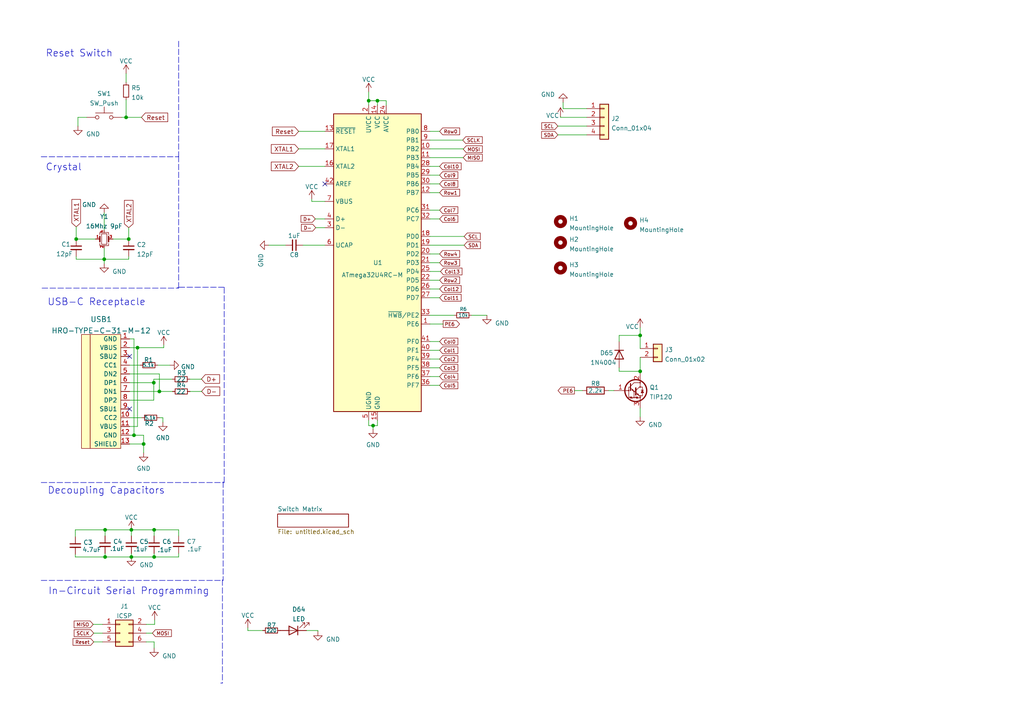
<source format=kicad_sch>
(kicad_sch (version 20211123) (generator eeschema)
  (paper "A4")
  (lib_symbols
    (symbol "Connector_Generic:Conn_01x02" (pin_names (offset 1.016) hide)
      (property "Reference" "J" (at 0 2.54 0))
      (property "Value" "Conn_01x02" (at 0 -5.08 0))
      (symbol "Conn_01x02_1_1"
        (rectangle (start -1.27 -2.413) (end 0 -2.667) (stroke (width 0.1524)))
        (rectangle (start -1.27 0.127) (end 0 -0.127) (stroke (width 0.1524)))
        (rectangle (start -1.27 1.27) (end 1.27 -3.81) (stroke (width 0.254)) (fill (type background)))
        (pin passive line (at -5.08 0 0) (length 3.81) (name "Pin_1") (number "1"))
        (pin passive line (at -5.08 -2.54 0) (length 3.81) (name "Pin_2") (number "2"))
      )
    )
    (symbol "Connector_Generic:Conn_01x04" (pin_names (offset 1.016) hide)
      (property "Reference" "J" (at 0 5.08 0))
      (property "Value" "Conn_01x04" (at 0 -7.62 0))
      (symbol "Conn_01x04_1_1"
        (rectangle (start -1.27 -4.953) (end 0 -5.207) (stroke (width 0.1524)))
        (rectangle (start -1.27 -2.413) (end 0 -2.667) (stroke (width 0.1524)))
        (rectangle (start -1.27 0.127) (end 0 -0.127) (stroke (width 0.1524)))
        (rectangle (start -1.27 2.667) (end 0 2.413) (stroke (width 0.1524)))
        (rectangle (start -1.27 3.81) (end 1.27 -6.35) (stroke (width 0.254)) (fill (type background)))
        (pin passive line (at -5.08 2.54 0) (length 3.81) (name "Pin_1") (number "1"))
        (pin passive line (at -5.08 0 0) (length 3.81) (name "Pin_2") (number "2"))
        (pin passive line (at -5.08 -2.54 0) (length 3.81) (name "Pin_3") (number "3"))
        (pin passive line (at -5.08 -5.08 0) (length 3.81) (name "Pin_4") (number "4"))
      )
    )
    (symbol "Connector_Generic:Conn_02x03_Odd_Even" (pin_names (offset 1.016) hide)
      (property "Reference" "J" (at 1.27 5.08 0))
      (property "Value" "Conn_02x03_Odd_Even" (at 1.27 -5.08 0))
      (symbol "Conn_02x03_Odd_Even_1_1"
        (rectangle (start -1.27 -2.413) (end 0 -2.667) (stroke (width 0.1524)))
        (rectangle (start -1.27 0.127) (end 0 -0.127) (stroke (width 0.1524)))
        (rectangle (start -1.27 2.667) (end 0 2.413) (stroke (width 0.1524)))
        (rectangle (start -1.27 3.81) (end 3.81 -3.81) (stroke (width 0.254)) (fill (type background)))
        (rectangle (start 3.81 -2.413) (end 2.54 -2.667) (stroke (width 0.1524)))
        (rectangle (start 3.81 0.127) (end 2.54 -0.127) (stroke (width 0.1524)))
        (rectangle (start 3.81 2.667) (end 2.54 2.413) (stroke (width 0.1524)))
        (pin passive line (at -5.08 2.54 0) (length 3.81) (name "Pin_1") (number "1"))
        (pin passive line (at 7.62 2.54 180) (length 3.81) (name "Pin_2") (number "2"))
        (pin passive line (at -5.08 0 0) (length 3.81) (name "Pin_3") (number "3"))
        (pin passive line (at 7.62 0 180) (length 3.81) (name "Pin_4") (number "4"))
        (pin passive line (at -5.08 -2.54 0) (length 3.81) (name "Pin_5") (number "5"))
        (pin passive line (at 7.62 -2.54 180) (length 3.81) (name "Pin_6") (number "6"))
      )
    )
    (symbol "Device:C_Small" (pin_numbers hide) (pin_names (offset 0.254) hide)
      (property "Reference" "C" (at 0.254 1.778 0))
      (property "Value" "C_Small" (at 0.254 -2.032 0))
      (symbol "C_Small_0_1"
        (polyline (pts (xy -1.524 -0.508) (xy 1.524 -0.508)) (stroke (width 0.3302)))
        (polyline (pts (xy -1.524 0.508) (xy 1.524 0.508)) (stroke (width 0.3048)))
      )
      (symbol "C_Small_1_1"
        (pin passive line (at 0 2.54 270) (length 2.032) (name "~") (number "1"))
        (pin passive line (at 0 -2.54 90) (length 2.032) (name "~") (number "2"))
      )
    )
    (symbol "Device:Crystal_GND24_Small" (pin_names (offset 1.016) hide)
      (property "Reference" "Y" (at 1.27 4.445 0))
      (property "Value" "Crystal_GND24_Small" (at 1.27 2.54 0))
      (symbol "Crystal_GND24_Small_0_1"
        (rectangle (start -0.762 -1.524) (end 0.762 1.524))
        (polyline (pts (xy -1.27 -0.762) (xy -1.27 0.762)) (stroke (width 0.381)))
        (polyline (pts (xy 1.27 -0.762) (xy 1.27 0.762)) (stroke (width 0.381)))
        (polyline (pts (xy -1.27 -1.27) (xy -1.27 -1.905) (xy 1.27 -1.905) (xy 1.27 -1.27)))
        (polyline (pts (xy -1.27 1.27) (xy -1.27 1.905) (xy 1.27 1.905) (xy 1.27 1.27)))
      )
      (symbol "Crystal_GND24_Small_1_1"
        (pin passive line (at -2.54 0 0) (length 1.27) (name "1") (number "1"))
        (pin passive line (at 0 -2.54 90) (length 0.635) (name "2") (number "2"))
        (pin passive line (at 2.54 0 180) (length 1.27) (name "3") (number "3"))
        (pin passive line (at 0 2.54 270) (length 0.635) (name "4") (number "4"))
      )
    )
    (symbol "Device:LED" (pin_numbers hide) (pin_names (offset 1.016) hide)
      (property "Reference" "D" (at 0 2.54 0))
      (property "Value" "LED" (at 0 -2.54 0))
      (symbol "LED_0_1"
        (polyline (pts (xy -1.27 -1.27) (xy -1.27 1.27)) (stroke (width 0.254)))
        (polyline (pts (xy -1.27 0) (xy 1.27 0)))
        (polyline (pts (xy 1.27 -1.27) (xy 1.27 1.27) (xy -1.27 0) (xy 1.27 -1.27)) (stroke (width 0.254)))
        (polyline (pts (xy -3.048 -0.762) (xy -4.572 -2.286) (xy -3.81 -2.286) (xy -4.572 -2.286) (xy -4.572 -1.524)))
        (polyline (pts (xy -1.778 -0.762) (xy -3.302 -2.286) (xy -2.54 -2.286) (xy -3.302 -2.286) (xy -3.302 -1.524)))
      )
      (symbol "LED_1_1"
        (pin passive line (at -3.81 0 0) (length 2.54) (name "K") (number "1"))
        (pin passive line (at 3.81 0 180) (length 2.54) (name "A") (number "2"))
      )
    )
    (symbol "Device:R" (pin_numbers hide) (pin_names (offset 0))
      (property "Reference" "R" (at 2.032 0 90))
      (property "Value" "R" (at 0 0 90))
      (symbol "R_0_1"
        (rectangle (start -1.016 -2.54) (end 1.016 2.54) (stroke (width 0.254)))
      )
      (symbol "R_1_1"
        (pin passive line (at 0 3.81 270) (length 1.27) (name "~") (number "1"))
        (pin passive line (at 0 -3.81 90) (length 1.27) (name "~") (number "2"))
      )
    )
    (symbol "Device:R_Small" (pin_numbers hide) (pin_names (offset 0.254) hide)
      (property "Reference" "R" (at 0.762 0.508 0))
      (property "Value" "R_Small" (at 0.762 -1.016 0))
      (symbol "R_Small_0_1"
        (rectangle (start -0.762 1.778) (end 0.762 -1.778) (stroke (width 0.2032)))
      )
      (symbol "R_Small_1_1"
        (pin passive line (at 0 2.54 270) (length 0.762) (name "~") (number "1"))
        (pin passive line (at 0 -2.54 90) (length 0.762) (name "~") (number "2"))
      )
    )
    (symbol "Diode:1N4004" (pin_numbers hide) (pin_names (offset 1.016) hide)
      (property "Reference" "D" (at 0 2.54 0))
      (property "Value" "1N4004" (at 0 -2.54 0))
      (symbol "1N4004_0_1"
        (polyline (pts (xy -1.27 1.27) (xy -1.27 -1.27)) (stroke (width 0.254)))
        (polyline (pts (xy 1.27 0) (xy -1.27 0)))
        (polyline (pts (xy 1.27 1.27) (xy 1.27 -1.27) (xy -1.27 0) (xy 1.27 1.27)) (stroke (width 0.254)))
      )
      (symbol "1N4004_1_1"
        (pin passive line (at -3.81 0 0) (length 2.54) (name "K") (number "1"))
        (pin passive line (at 3.81 0 180) (length 2.54) (name "A") (number "2"))
      )
    )
    (symbol "MCU_Microchip_ATmega:ATmega32U4RC-M"
      (property "Reference" "U" (at -12.7 44.45 0))
      (property "Value" "ATmega32U4RC-M" (at 2.54 -44.45 0))
      (symbol "ATmega32U4RC-M_0_1"
        (rectangle (start -12.7 -43.18) (end 12.7 43.18) (stroke (width 0.254)) (fill (type background)))
      )
      (symbol "ATmega32U4RC-M_1_1"
        (pin bidirectional line (at 15.24 -17.78 180) (length 2.54) (name "PE6") (number "1"))
        (pin bidirectional line (at 15.24 33.02 180) (length 2.54) (name "PB2") (number "10"))
        (pin bidirectional line (at 15.24 30.48 180) (length 2.54) (name "PB3") (number "11"))
        (pin bidirectional line (at 15.24 20.32 180) (length 2.54) (name "PB7") (number "12"))
        (pin input line (at -15.24 38.1 0) (length 2.54) (name "~{RESET}") (number "13"))
        (pin power_in line (at 0 45.72 270) (length 2.54) (name "VCC") (number "14"))
        (pin power_in line (at 0 -45.72 90) (length 2.54) (name "GND") (number "15"))
        (pin output line (at -15.24 27.94 0) (length 2.54) (name "XTAL2") (number "16"))
        (pin input line (at -15.24 33.02 0) (length 2.54) (name "XTAL1") (number "17"))
        (pin bidirectional line (at 15.24 7.62 180) (length 2.54) (name "PD0") (number "18"))
        (pin bidirectional line (at 15.24 5.08 180) (length 2.54) (name "PD1") (number "19"))
        (pin power_in line (at -2.54 45.72 270) (length 2.54) (name "UVCC") (number "2"))
        (pin bidirectional line (at 15.24 2.54 180) (length 2.54) (name "PD2") (number "20"))
        (pin bidirectional line (at 15.24 0 180) (length 2.54) (name "PD3") (number "21"))
        (pin bidirectional line (at 15.24 -5.08 180) (length 2.54) (name "PD5") (number "22"))
        (pin passive line (at 0 -45.72 90) (length 2.54) hide (name "GND") (number "23"))
        (pin power_in line (at 2.54 45.72 270) (length 2.54) (name "AVCC") (number "24"))
        (pin bidirectional line (at 15.24 -2.54 180) (length 2.54) (name "PD4") (number "25"))
        (pin bidirectional line (at 15.24 -7.62 180) (length 2.54) (name "PD6") (number "26"))
        (pin bidirectional line (at 15.24 -10.16 180) (length 2.54) (name "PD7") (number "27"))
        (pin bidirectional line (at 15.24 27.94 180) (length 2.54) (name "PB4") (number "28"))
        (pin bidirectional line (at 15.24 25.4 180) (length 2.54) (name "PB5") (number "29"))
        (pin bidirectional line (at -15.24 10.16 0) (length 2.54) (name "D-") (number "3"))
        (pin bidirectional line (at 15.24 22.86 180) (length 2.54) (name "PB6") (number "30"))
        (pin bidirectional line (at 15.24 15.24 180) (length 2.54) (name "PC6") (number "31"))
        (pin bidirectional line (at 15.24 12.7 180) (length 2.54) (name "PC7") (number "32"))
        (pin bidirectional line (at 15.24 -15.24 180) (length 2.54) (name "~{HWB}/PE2") (number "33"))
        (pin passive line (at 0 45.72 270) (length 2.54) hide (name "VCC") (number "34"))
        (pin passive line (at 0 -45.72 90) (length 2.54) hide (name "GND") (number "35"))
        (pin bidirectional line (at 15.24 -35.56 180) (length 2.54) (name "PF7") (number "36"))
        (pin bidirectional line (at 15.24 -33.02 180) (length 2.54) (name "PF6") (number "37"))
        (pin bidirectional line (at 15.24 -30.48 180) (length 2.54) (name "PF5") (number "38"))
        (pin bidirectional line (at 15.24 -27.94 180) (length 2.54) (name "PF4") (number "39"))
        (pin bidirectional line (at -15.24 12.7 0) (length 2.54) (name "D+") (number "4"))
        (pin bidirectional line (at 15.24 -25.4 180) (length 2.54) (name "PF1") (number "40"))
        (pin bidirectional line (at 15.24 -22.86 180) (length 2.54) (name "PF0") (number "41"))
        (pin passive line (at -15.24 22.86 0) (length 2.54) (name "AREF") (number "42"))
        (pin passive line (at 0 -45.72 90) (length 2.54) hide (name "GND") (number "43"))
        (pin passive line (at 2.54 45.72 270) (length 2.54) hide (name "AVCC") (number "44"))
        (pin passive line (at 0 -45.72 90) (length 2.54) hide (name "GND") (number "45"))
        (pin passive line (at -2.54 -45.72 90) (length 2.54) (name "UGND") (number "5"))
        (pin passive line (at -15.24 5.08 0) (length 2.54) (name "UCAP") (number "6"))
        (pin input line (at -15.24 17.78 0) (length 2.54) (name "VBUS") (number "7"))
        (pin bidirectional line (at 15.24 38.1 180) (length 2.54) (name "PB0") (number "8"))
        (pin bidirectional line (at 15.24 35.56 180) (length 2.54) (name "PB1") (number "9"))
      )
    )
    (symbol "Mechanical:MountingHole" (pin_names (offset 1.016))
      (property "Reference" "H" (at 0 5.08 0))
      (property "Value" "MountingHole" (at 0 3.175 0))
      (symbol "MountingHole_0_1"
        (circle (center 0 0) (radius 1.27) (stroke (width 1.27)))
      )
    )
    (symbol "Switch:SW_Push" (pin_numbers hide) (pin_names (offset 1.016) hide)
      (property "Reference" "SW" (at 1.27 2.54 0))
      (property "Value" "SW_Push" (at 0 -1.524 0))
      (symbol "SW_Push_0_1"
        (circle (center -2.032 0) (radius 0.508))
        (polyline (pts (xy 0 1.27) (xy 0 3.048)))
        (polyline (pts (xy 2.54 1.27) (xy -2.54 1.27)))
        (circle (center 2.032 0) (radius 0.508))
        (pin passive line (at -5.08 0 0) (length 2.54) (name "1") (number "1"))
        (pin passive line (at 5.08 0 180) (length 2.54) (name "2") (number "2"))
      )
    )
    (symbol "Transistor_BJT:TIP120" (pin_names (offset 0) hide)
      (property "Reference" "Q" (at 5.08 1.905 0))
      (property "Value" "TIP120" (at 5.08 0 0))
      (symbol "TIP120_0_1"
        (circle (center -0.762 0) (radius 0.127))
        (polyline (pts (xy -1.27 0) (xy -0.889 0)))
        (polyline (pts (xy 2.54 -2.032) (xy 2.54 -2.54)))
        (polyline (pts (xy 2.54 -1.524) (xy 3.175 -1.524)))
        (polyline (pts (xy 2.794 0.127) (xy 3.556 0.127)))
        (polyline (pts (xy 3.175 -0.635) (xy 3.175 -1.524)))
        (polyline (pts (xy 3.175 1.016) (xy 2.54 1.016)))
        (polyline (pts (xy 3.175 1.016) (xy 3.175 0.127)))
        (polyline (pts (xy -0.254 0.762) (xy 0.762 -0.254) (xy 1.27 -0.254)))
        (polyline (pts (xy -0.254 1.016) (xy -0.762 1.016) (xy -0.762 -2.032)))
        (polyline (pts (xy -0.254 1.27) (xy 0.762 2.286) (xy 2.54 2.286)))
        (polyline (pts (xy -0.254 2.032) (xy -0.254 0) (xy -0.254 0)) (stroke (width 0.3048)))
        (polyline (pts (xy 1.27 0.762) (xy 1.27 -1.27) (xy 1.27 -1.27)) (stroke (width 0.381)))
        (polyline (pts (xy 0.635 -0.127) (xy 0.381 0.381) (xy 0.127 0.127) (xy 0.635 -0.127)))
        (polyline (pts (xy 1.27 -0.508) (xy 2.286 -1.524) (xy 2.54 -1.524) (xy 2.54 -2.032)))
        (polyline (pts (xy 1.27 0) (xy 2.286 1.016) (xy 2.54 1.016) (xy 2.54 2.286)))
        (polyline (pts (xy 2.159 -1.397) (xy 1.905 -0.889) (xy 1.651 -1.143) (xy 2.159 -1.397)))
        (polyline (pts (xy 3.175 0.127) (xy 2.794 -0.635) (xy 3.556 -0.635) (xy 3.175 0.127)) (fill (type outline)))
        (polyline (pts (xy 0.762 -2.032) (xy 0.381 -2.032) (xy 0.254 -2.286) (xy 0.127 -1.778) (xy 0 -2.286) (xy -0.127 -1.778) (xy -0.254 -2.286) (xy -0.381 -1.778) (xy -0.508 -2.032) (xy -0.762 -2.032)))
        (polyline (pts (xy 0.762 -0.254) (xy 0.762 -2.032) (xy 1.143 -2.032) (xy 1.27 -1.778) (xy 1.397 -2.286) (xy 1.524 -1.778) (xy 1.651 -2.286) (xy 1.778 -1.778) (xy 1.905 -2.286) (xy 2.032 -2.032) (xy 2.54 -2.032)))
        (circle (center 0.762 -2.032) (radius 0.127))
        (circle (center 0.762 -0.254) (radius 0.127))
        (circle (center 1.27 0) (radius 3.175) (stroke (width 0.3556)))
        (circle (center 2.54 -2.032) (radius 0.127))
        (circle (center 2.54 -1.524) (radius 0.127))
        (circle (center 2.54 1.016) (radius 0.127))
        (circle (center 2.54 2.286) (radius 0.127))
      )
      (symbol "TIP120_1_1"
        (pin input line (at -5.08 0 0) (length 3.81) (name "B") (number "1"))
        (pin passive line (at 2.54 5.08 270) (length 2.667) (name "C") (number "2"))
        (pin passive line (at 2.54 -5.08 90) (length 2.54) (name "E") (number "3"))
      )
    )
    (symbol "Type-C:HRO-TYPE-C-31-M-12" (pin_names (offset 1.016))
      (property "Reference" "USB1" (at -5.715 19.6439 0))
      (property "Value" "HRO-TYPE-C-31-M-12" (at -5.715 16.3649 0))
      (symbol "HRO-TYPE-C-31-M-12_0_1"
        (rectangle (start -11.43 15.24) (end -8.89 -17.78) (fill (type background)))
        (rectangle (start 0 -17.78) (end -8.89 15.24) (fill (type background)))
      )
      (symbol "HRO-TYPE-C-31-M-12_1_1"
        (pin input line (at 2.54 13.97 180) (length 2.54) (name "GND") (number "1"))
        (pin input line (at 2.54 -8.89 180) (length 2.54) (name "CC2") (number "10"))
        (pin power_out line (at 2.54 -11.43 180) (length 2.54) (name "VBUS") (number "11"))
        (pin power_out line (at 2.54 -13.97 180) (length 2.54) (name "GND") (number "12"))
        (pin input line (at 2.54 -16.51 180) (length 2.54) (name "SHIELD") (number "13"))
        (pin input line (at 2.54 11.43 180) (length 2.54) (name "VBUS") (number "2"))
        (pin input line (at 2.54 8.89 180) (length 2.54) (name "SBU2") (number "3"))
        (pin input line (at 2.54 6.35 180) (length 2.54) (name "CC1") (number "4"))
        (pin input line (at 2.54 3.81 180) (length 2.54) (name "DN2") (number "5"))
        (pin input line (at 2.54 1.27 180) (length 2.54) (name "DP1") (number "6"))
        (pin input line (at 2.54 -1.27 180) (length 2.54) (name "DN1") (number "7"))
        (pin input line (at 2.54 -3.81 180) (length 2.54) (name "DP2") (number "8"))
        (pin input line (at 2.54 -6.35 180) (length 2.54) (name "SBU1") (number "9"))
      )
    )
    (symbol "power:GND" (power) (pin_names (offset 0))
      (property "Value" "GND" (at 0 -3.81 0))
      (symbol "GND_0_1"
        (polyline (pts (xy 0 0) (xy 0 -1.27) (xy 1.27 -1.27) (xy 0 -2.54) (xy -1.27 -1.27) (xy 0 -1.27)))
      )
      (symbol "GND_1_1"
        (pin power_in line (at 0 0 270) (length 0) hide (name "GND") (number "1"))
      )
    )
    (symbol "power:VCC" (power) (pin_names (offset 0))
      (property "Value" "VCC" (at 0 3.81 0))
      (symbol "VCC_0_1"
        (polyline (pts (xy -0.762 1.27) (xy 0 2.54)))
        (polyline (pts (xy 0 0) (xy 0 2.54)))
        (polyline (pts (xy 0 2.54) (xy 0.762 1.27)))
      )
      (symbol "VCC_1_1"
        (pin power_in line (at 0 0 90) (length 0) hide (name "VCC") (number "1"))
      )
    )
  )
  (junction (at 44.704 153.67))
  (junction (at 44.704 161.544))
  (junction (at 185.674 97.282))
  (junction (at 109.474 29.21))
  (junction (at 38.1 153.67))
  (junction (at 185.674 107.696))
  (junction (at 38.862 126.238))
  (junction (at 46.228 113.538))
  (junction (at 44.6024 110.998))
  (junction (at 41.656 128.778))
  (junction (at 30.226 75.184))
  (junction (at 38.1 161.544))
  (junction (at 36.576 34.036))
  (junction (at 30.48 153.67))
  (junction (at 22.098 69.342))
  (junction (at 106.934 29.21))
  (junction (at 37.338 69.342))
  (junction (at 30.48 161.544))
  (junction (at 108.204 123.444))
  (junction (at 39.878 100.838))
  (no_connect (at 37.592 103.378))
  (no_connect (at 37.592 118.618))
  (no_connect (at 94.234 53.34))
  (wire (pts (xy 38.1 153.67) (xy 38.1 155.448)))
  (wire (pts (xy 37.592 121.158) (xy 41.148 121.158)))
  (wire (pts (xy 37.592 110.998) (xy 44.6024 110.998)))
  (wire (pts (xy 30.48 161.544) (xy 38.1 161.544)))
  (wire (pts (xy 92.202 182.88) (xy 92.202 183.134)))
  (wire (pts (xy 21.844 153.67) (xy 30.48 153.67)))
  (wire (pts (xy 109.474 123.444) (xy 108.204 123.444)))
  (wire (pts (xy 77.978 71.12) (xy 82.804 71.12)))
  (wire (pts (xy 44.8564 179.832) (xy 44.8564 181.102)))
  (wire (pts (xy 124.714 55.88) (xy 127.508 55.88)))
  (wire (pts (xy 44.704 187.96) (xy 44.704 186.182)))
  (wire (pts (xy 30.226 75.184) (xy 30.226 76.454)))
  (wire (pts (xy 58.42 109.982) (xy 58.42 109.9312)))
  (wire (pts (xy 124.714 91.44) (xy 131.699 91.44)))
  (wire (pts (xy 124.714 109.22) (xy 127.508 109.22)))
  (wire (pts (xy 37.592 123.698) (xy 39.878 123.698)))
  (wire (pts (xy 37.592 108.458) (xy 46.228 108.458)))
  (wire (pts (xy 124.714 99.06) (xy 127.508 99.06)))
  (wire (pts (xy 108.204 123.444) (xy 106.934 123.444)))
  (wire (pts (xy 27.178 183.642) (xy 29.718 183.642)))
  (polyline (pts (xy 64.516 168.148) (xy 64.516 198.12)))
  (wire (pts (xy 44.6024 110.998) (xy 44.6024 116.078)))
  (wire (pts (xy 30.48 161.544) (xy 30.48 160.528)))
  (wire (pts (xy 21.844 160.782) (xy 21.844 161.544)))
  (wire (pts (xy 39.878 100.838) (xy 47.498 100.838)))
  (polyline (pts (xy 11.938 168.3512) (xy 64.7192 168.3512)))
  (wire (pts (xy 162.56 34.036) (xy 162.56 33.782)))
  (wire (pts (xy 124.714 83.82) (xy 127.508 83.82)))
  (wire (pts (xy 22.606 34.036) (xy 25.146 34.036)))
  (wire (pts (xy 42.418 183.642) (xy 44.196 183.642)))
  (wire (pts (xy 47.244 121.158) (xy 47.244 122.428)))
  (wire (pts (xy 124.714 53.34) (xy 127.508 53.34)))
  (wire (pts (xy 22.098 74.422) (xy 22.098 75.184)))
  (wire (pts (xy 136.779 91.44) (xy 141.224 91.44)))
  (wire (pts (xy 185.674 103.632) (xy 185.674 107.696)))
  (wire (pts (xy 106.934 123.444) (xy 106.934 121.92)))
  (wire (pts (xy 124.714 106.68) (xy 127.508 106.68)))
  (wire (pts (xy 30.226 71.882) (xy 30.226 75.184)))
  (wire (pts (xy 37.592 105.918) (xy 40.64 105.918)))
  (polyline (pts (xy 11.938 139.954) (xy 65.024 139.954)))
  (wire (pts (xy 27.178 186.182) (xy 29.718 186.182)))
  (wire (pts (xy 38.862 98.298) (xy 37.592 98.298)))
  (wire (pts (xy 109.474 121.92) (xy 109.474 123.444)))
  (wire (pts (xy 22.098 65.786) (xy 22.098 69.342)))
  (wire (pts (xy 46.228 108.458) (xy 46.228 113.538)))
  (wire (pts (xy 51.816 155.448) (xy 51.816 153.67)))
  (wire (pts (xy 88.9 182.88) (xy 92.202 182.88)))
  (wire (pts (xy 124.714 73.66) (xy 127.508 73.66)))
  (polyline (pts (xy 51.816 11.938) (xy 51.816 45.466)))
  (wire (pts (xy 37.338 75.184) (xy 30.226 75.184)))
  (wire (pts (xy 86.614 38.1) (xy 94.234 38.1)))
  (polyline (pts (xy 51.562 83.312) (xy 51.562 83.566)))
  (wire (pts (xy 108.204 124.46) (xy 108.204 123.444)))
  (wire (pts (xy 106.934 29.21) (xy 106.934 30.48)))
  (wire (pts (xy 21.844 161.544) (xy 30.48 161.544)))
  (wire (pts (xy 185.674 97.282) (xy 185.674 101.092)))
  (wire (pts (xy 44.704 161.544) (xy 51.816 161.544)))
  (wire (pts (xy 38.862 126.238) (xy 38.862 98.298)))
  (wire (pts (xy 22.098 69.342) (xy 27.686 69.342)))
  (polyline (pts (xy 64.008 198.12) (xy 64.516 198.12)))
  (wire (pts (xy 124.714 78.74) (xy 127.762 78.74)))
  (wire (pts (xy 124.714 68.58) (xy 134.62 68.58)))
  (wire (pts (xy 30.48 153.67) (xy 38.1 153.67)))
  (wire (pts (xy 44.704 161.544) (xy 44.704 160.528)))
  (wire (pts (xy 58.4708 113.538) (xy 58.4708 113.4872)))
  (wire (pts (xy 41.656 128.778) (xy 37.592 128.778)))
  (wire (pts (xy 44.704 186.182) (xy 42.418 186.182)))
  (wire (pts (xy 21.844 153.67) (xy 21.844 155.702)))
  (wire (pts (xy 124.714 93.98) (xy 128.524 93.98)))
  (wire (pts (xy 36.576 34.036) (xy 36.576 28.956)))
  (wire (pts (xy 41.656 128.778) (xy 41.656 131.318)))
  (wire (pts (xy 46.228 113.538) (xy 50.038 113.538)))
  (wire (pts (xy 94.234 58.42) (xy 90.424 58.42)))
  (wire (pts (xy 37.592 113.538) (xy 46.228 113.538)))
  (wire (pts (xy 44.8564 181.102) (xy 42.418 181.102)))
  (wire (pts (xy 163.322 29.718) (xy 163.322 31.496)))
  (wire (pts (xy 27.0256 181.102) (xy 29.718 181.102)))
  (wire (pts (xy 124.714 104.14) (xy 127.508 104.14)))
  (wire (pts (xy 124.714 60.96) (xy 127.508 60.96)))
  (wire (pts (xy 44.6024 109.982) (xy 44.6024 110.998)))
  (wire (pts (xy 47.498 100.838) (xy 47.498 100.076)))
  (wire (pts (xy 91.44 63.5) (xy 94.234 63.5)))
  (wire (pts (xy 179.578 97.282) (xy 185.674 97.282)))
  (wire (pts (xy 124.714 45.72) (xy 134.366 45.72)))
  (wire (pts (xy 55.0672 109.982) (xy 58.42 109.982)))
  (wire (pts (xy 41.656 126.238) (xy 41.656 128.778)))
  (wire (pts (xy 124.714 71.12) (xy 134.62 71.12)))
  (wire (pts (xy 39.878 100.838) (xy 39.878 123.698)))
  (wire (pts (xy 179.578 107.696) (xy 185.674 107.696)))
  (wire (pts (xy 30.48 155.448) (xy 30.48 153.67)))
  (wire (pts (xy 51.816 161.544) (xy 51.816 160.528)))
  (wire (pts (xy 22.606 36.576) (xy 22.606 34.036)))
  (polyline (pts (xy 64.7192 139.7508) (xy 64.7192 168.3512)))
  (wire (pts (xy 30.226 61.6966) (xy 30.226 66.802)))
  (wire (pts (xy 124.714 86.36) (xy 127.508 86.36)))
  (wire (pts (xy 161.798 39.116) (xy 170.18 39.116)))
  (wire (pts (xy 37.338 74.422) (xy 37.338 75.184)))
  (wire (pts (xy 87.884 71.12) (xy 94.234 71.12)))
  (wire (pts (xy 37.338 66.04) (xy 37.338 69.342)))
  (wire (pts (xy 22.098 75.184) (xy 30.226 75.184)))
  (wire (pts (xy 90.424 58.42) (xy 90.424 57.785)))
  (wire (pts (xy 45.72 105.918) (xy 49.276 105.918)))
  (wire (pts (xy 91.567 66.04) (xy 94.234 66.04)))
  (wire (pts (xy 162.56 34.036) (xy 170.18 34.036)))
  (wire (pts (xy 44.704 153.67) (xy 51.816 153.67)))
  (wire (pts (xy 38.1 161.544) (xy 44.704 161.544)))
  (wire (pts (xy 185.674 107.696) (xy 185.674 108.204)))
  (wire (pts (xy 124.714 43.18) (xy 134.366 43.18)))
  (wire (pts (xy 134.366 43.18) (xy 134.366 43.2816)))
  (wire (pts (xy 176.53 113.284) (xy 178.054 113.284)))
  (wire (pts (xy 38.1 160.528) (xy 38.1 161.544)))
  (wire (pts (xy 124.714 111.76) (xy 127.508 111.76)))
  (wire (pts (xy 49.9872 109.982) (xy 44.6024 109.982)))
  (wire (pts (xy 166.624 113.284) (xy 168.91 113.284)))
  (wire (pts (xy 124.714 81.28) (xy 127.508 81.28)))
  (wire (pts (xy 44.704 155.448) (xy 44.704 153.67)))
  (wire (pts (xy 163.322 31.496) (xy 170.18 31.496)))
  (wire (pts (xy 86.614 48.26) (xy 94.234 48.26)))
  (wire (pts (xy 37.592 116.078) (xy 44.6024 116.078)))
  (wire (pts (xy 37.592 100.838) (xy 39.878 100.838)))
  (wire (pts (xy 109.474 29.21) (xy 106.934 29.21)))
  (wire (pts (xy 124.714 50.8) (xy 127.508 50.8)))
  (wire (pts (xy 71.882 182.88) (xy 71.882 182.118)))
  (wire (pts (xy 55.118 113.538) (xy 58.4708 113.538)))
  (wire (pts (xy 179.578 99.06) (xy 179.578 97.282)))
  (wire (pts (xy 124.714 101.6) (xy 127.508 101.6)))
  (wire (pts (xy 161.798 36.576) (xy 170.18 36.576)))
  (wire (pts (xy 86.614 43.18) (xy 94.234 43.18)))
  (wire (pts (xy 185.674 94.996) (xy 185.674 97.282)))
  (wire (pts (xy 32.766 69.342) (xy 37.338 69.342)))
  (wire (pts (xy 36.576 21.336) (xy 36.576 23.876)))
  (wire (pts (xy 124.714 63.5) (xy 127.508 63.5)))
  (wire (pts (xy 46.228 121.158) (xy 47.244 121.158)))
  (wire (pts (xy 76.2 182.88) (xy 71.882 182.88)))
  (wire (pts (xy 38.862 126.238) (xy 41.656 126.238)))
  (wire (pts (xy 109.474 29.21) (xy 109.474 30.48)))
  (wire (pts (xy 106.934 26.67) (xy 106.934 29.21)))
  (wire (pts (xy 109.474 29.21) (xy 112.014 29.21)))
  (wire (pts (xy 185.674 118.364) (xy 185.674 120.904)))
  (wire (pts (xy 179.578 106.68) (xy 179.578 107.696)))
  (wire (pts (xy 124.714 38.1) (xy 127.508 38.1)))
  (polyline (pts (xy 51.816 83.566) (xy 51.816 45.212)))
  (wire (pts (xy 112.014 29.21) (xy 112.014 30.48)))
  (wire (pts (xy 35.306 34.036) (xy 36.576 34.036)))
  (polyline (pts (xy 65.024 83.312) (xy 51.562 83.312)))
  (wire (pts (xy 38.1 153.67) (xy 44.704 153.67)))
  (wire (pts (xy 124.714 48.26) (xy 127.508 48.26)))
  (wire (pts (xy 124.714 40.64) (xy 134.2136 40.64)))
  (wire (pts (xy 37.592 126.238) (xy 38.862 126.238)))
  (polyline (pts (xy 12.192 83.566) (xy 51.816 83.566)))
  (polyline (pts (xy 11.938 45.466) (xy 51.816 45.466)))
  (wire (pts (xy 124.714 76.2) (xy 127.508 76.2)))
  (wire (pts (xy 36.576 34.036) (xy 41.021 34.036)))
  (polyline (pts (xy 65.024 139.954) (xy 65.024 83.312)))
  (text "USB-C Receptacle" (at 13.716 88.9 0) (effects (font (size 2 2)) (justify left bottom)))
  (text "Decoupling Capacitors" (at 13.7668 143.5608 0) (effects (font (size 2 2)) (justify left bottom)))
  (text "Crystal" (at 13.208 49.784 0) (effects (font (size 2 2)) (justify left bottom)))
  (text "In-Circuit Serial Programming" (at 13.97 172.72 0) (effects (font (size 2 2)) (justify left bottom)))
  (text "Reset Switch" (at 13.208 16.764 0) (effects (font (size 2 2)) (justify left bottom)))
  (global_label "SCLK" (shape input) (at 27.178 183.642 180) (effects (font (size 1 1))) (property "Intersheet References" "${INTERSHEET_REFS}" (effects hide)))
  (global_label "Col8" (shape input) (at 127.508 53.34 0) (effects (font (size 1 1))) (property "Intersheet References" "${INTERSHEET_REFS}" (effects hide)))
  (global_label "SDA" (shape input) (at 134.62 71.12 0) (effects (font (size 1 1))) (property "Intersheet References" "${INTERSHEET_REFS}" (effects hide)))
  (global_label "Reset" (shape input) (at 41.021 34.036 0) (property "Intersheet References" "${INTERSHEET_REFS}" (effects hide)))
  (global_label "Col12" (shape input) (at 127.508 83.82 0) (effects (font (size 1 1))) (property "Intersheet References" "${INTERSHEET_REFS}" (effects hide)))
  (global_label "PE6" (shape output) (at 128.524 93.98 0) (effects (font (size 1 1))) (property "Intersheet References" "${INTERSHEET_REFS}" (effects hide)))
  (global_label "XTAL2" (shape input) (at 37.338 66.04 90) (property "Intersheet References" "${INTERSHEET_REFS}" (effects hide)))
  (global_label "XTAL2" (shape input) (at 86.614 48.26 180) (property "Intersheet References" "${INTERSHEET_REFS}" (effects hide)))
  (global_label "SDA" (shape input) (at 161.798 39.116 180) (effects (font (size 1 1))) (property "Intersheet References" "${INTERSHEET_REFS}" (effects hide)))
  (global_label "Col2" (shape input) (at 127.508 104.14 0) (effects (font (size 1 1))) (property "Intersheet References" "${INTERSHEET_REFS}" (effects hide)))
  (global_label "MISO" (shape input) (at 134.366 45.72 0) (effects (font (size 1 1))) (property "Intersheet References" "${INTERSHEET_REFS}" (effects hide)))
  (global_label "Row3" (shape input) (at 127.508 76.2 0) (effects (font (size 1 1))) (property "Intersheet References" "${INTERSHEET_REFS}" (effects hide)))
  (global_label "Col4" (shape input) (at 127.508 109.22 0) (effects (font (size 1 1))) (property "Intersheet References" "${INTERSHEET_REFS}" (effects hide)))
  (global_label "Reset" (shape input) (at 27.178 186.182 180) (effects (font (size 1 1))) (property "Intersheet References" "${INTERSHEET_REFS}" (effects hide)))
  (global_label "Col9" (shape input) (at 127.508 50.8 0) (effects (font (size 1 1))) (property "Intersheet References" "${INTERSHEET_REFS}" (effects hide)))
  (global_label "D-" (shape input) (at 58.4708 113.4872 0) (property "Intersheet References" "${INTERSHEET_REFS}" (effects hide)))
  (global_label "Col10" (shape input) (at 127.508 48.26 0) (effects (font (size 1 1))) (property "Intersheet References" "${INTERSHEET_REFS}" (effects hide)))
  (global_label "D-" (shape input) (at 91.567 66.04 180) (effects (font (size 1 1))) (property "Intersheet References" "${INTERSHEET_REFS}" (effects hide)))
  (global_label "MOSI" (shape input) (at 134.366 43.2816 0) (effects (font (size 1 1))) (property "Intersheet References" "${INTERSHEET_REFS}" (effects hide)))
  (global_label "PE6" (shape output) (at 166.624 113.284 180) (effects (font (size 1 1))) (property "Intersheet References" "${INTERSHEET_REFS}" (effects hide)))
  (global_label "MISO" (shape input) (at 27.0256 181.102 180) (effects (font (size 1 1))) (property "Intersheet References" "${INTERSHEET_REFS}" (effects hide)))
  (global_label "XTAL1" (shape input) (at 86.614 43.18 180) (property "Intersheet References" "${INTERSHEET_REFS}" (effects hide)))
  (global_label "SCL" (shape input) (at 161.798 36.576 180) (effects (font (size 1 1))) (property "Intersheet References" "${INTERSHEET_REFS}" (effects hide)))
  (global_label "Col6" (shape input) (at 127.508 63.5 0) (effects (font (size 1 1))) (property "Intersheet References" "${INTERSHEET_REFS}" (effects hide)))
  (global_label "Row4" (shape input) (at 127.508 73.66 0) (effects (font (size 1 1))) (property "Intersheet References" "${INTERSHEET_REFS}" (effects hide)))
  (global_label "Col13" (shape input) (at 127.762 78.74 0) (effects (font (size 1 1))) (property "Intersheet References" "${INTERSHEET_REFS}" (effects hide)))
  (global_label "Col11" (shape input) (at 127.508 86.36 0) (effects (font (size 1 1))) (property "Intersheet References" "${INTERSHEET_REFS}" (effects hide)))
  (global_label "Row1" (shape input) (at 127.508 55.88 0) (effects (font (size 1 1))) (property "Intersheet References" "${INTERSHEET_REFS}" (effects hide)))
  (global_label "SCL" (shape input) (at 134.62 68.58 0) (effects (font (size 1 1))) (property "Intersheet References" "${INTERSHEET_REFS}" (effects hide)))
  (global_label "Row2" (shape input) (at 127.508 81.28 0) (effects (font (size 1 1))) (property "Intersheet References" "${INTERSHEET_REFS}" (effects hide)))
  (global_label "Reset" (shape input) (at 86.614 38.1 180) (property "Intersheet References" "${INTERSHEET_REFS}" (effects hide)))
  (global_label "D+" (shape input) (at 91.44 63.5 180) (effects (font (size 1 1))) (property "Intersheet References" "${INTERSHEET_REFS}" (effects hide)))
  (global_label "SCLK" (shape input) (at 134.2136 40.64 0) (effects (font (size 1 1))) (property "Intersheet References" "${INTERSHEET_REFS}" (effects hide)))
  (global_label "Col0" (shape input) (at 127.508 99.06 0) (effects (font (size 1 1))) (property "Intersheet References" "${INTERSHEET_REFS}" (effects hide)))
  (global_label "Row0" (shape input) (at 127.508 38.1 0) (effects (font (size 1 1))) (property "Intersheet References" "${INTERSHEET_REFS}" (effects hide)))
  (global_label "MOSI" (shape input) (at 44.196 183.642 0) (effects (font (size 1 1))) (property "Intersheet References" "${INTERSHEET_REFS}" (effects hide)))
  (global_label "Col1" (shape input) (at 127.508 101.6 0) (effects (font (size 1 1))) (property "Intersheet References" "${INTERSHEET_REFS}" (effects hide)))
  (global_label "Col5" (shape input) (at 127.508 111.76 0) (effects (font (size 1 1))) (property "Intersheet References" "${INTERSHEET_REFS}" (effects hide)))
  (global_label "Col3" (shape input) (at 127.508 106.68 0) (effects (font (size 1 1))) (property "Intersheet References" "${INTERSHEET_REFS}" (effects hide)))
  (global_label "D+" (shape input) (at 58.42 109.9312 0) (property "Intersheet References" "${INTERSHEET_REFS}" (effects hide)))
  (global_label "XTAL1" (shape input) (at 22.098 65.786 90) (property "Intersheet References" "${INTERSHEET_REFS}" (effects hide)))
  (global_label "Col7" (shape input) (at 127.508 60.96 0) (effects (font (size 1 1))) (property "Intersheet References" "${INTERSHEET_REFS}" (effects hide)))
  (symbol (lib_id "power:GND") (at 47.244 122.428 0) (unit 1)
    (property "Reference" "#PWR0116" (effects hide))
    (property "Value" "GND" (at 47.244 126.9905 0))
  )
  (symbol (lib_id "Mechanical:MountingHole") (at 182.88 64.77 0) (unit 1)
    (property "Reference" "H4" (at 185.42 63.8615 0) (effects (justify left)))
    (property "Value" "MountingHole" (at 185.42 66.6366 0) (effects (justify left)))
    (property "Footprint" "MountingHole:MountingHole_2.2mm_M2" (effects hide))
  )
  (symbol (lib_id "Device:C_Small") (at 22.098 71.882 0) (unit 1)
    (property "Reference" "C1" (at 17.78 70.866 0) (effects (justify left)))
    (property "Value" "12pF" (at 16.256 73.66 0) (effects (justify left)))
    (property "Footprint" "Capacitor_SMD:C_0402_1005Metric" (effects hide))
  )
  (symbol (lib_id "Device:Crystal_GND24_Small") (at 30.226 69.342 0) (unit 1)
    (property "Reference" "Y1" (at 30.226 62.8101 0))
    (property "Value" "16Mhz 9pF" (at 30.226 65.5852 0))
    (property "Footprint" "Crystal:Crystal_SMD_3225-4Pin_3.2x2.5mm" (effects hide))
  )
  (symbol (lib_id "Type-C:HRO-TYPE-C-31-M-12") (at 35.052 112.268 0) (unit 1)
    (property "Reference" "USB1" (at 29.337 92.6241 0) (effects (font (size 1.524 1.524))))
    (property "Value" "HRO-TYPE-C-31-M-12" (at 29.337 95.9031 0) (effects (font (size 1.524 1.524))))
    (property "Footprint" "Type-C:HRO-TYPE-C-31-M-12-Assembly" (effects hide))
  )
  (symbol (lib_id "power:GND") (at 30.226 76.454 0) (unit 1)
    (property "Reference" "#PWR0101" (effects hide))
    (property "Value" "GND" (at 34.6202 78.7654 0))
  )
  (symbol (lib_id "power:VCC") (at 36.576 21.336 0) (unit 1)
    (property "Reference" "#PWR0106" (effects hide))
    (property "Value" "VCC" (at 36.576 17.7315 0))
  )
  (symbol (lib_id "Device:R_Small") (at 43.688 121.158 90) (unit 1)
    (property "Reference" "R2" (at 44.6532 122.8344 90) (effects (justify left)))
    (property "Value" "5.1k" (at 45.212 121.158 90) (effects (font (size 1 1)) (justify left)))
    (property "Footprint" "Resistor_SMD:R_0402_1005Metric" (effects hide))
  )
  (symbol (lib_id "power:GND") (at 185.674 120.904 0) (unit 1)
    (property "Reference" "#PWR0122" (effects hide))
    (property "Value" "GND" (at 190.0682 123.2154 0))
  )
  (symbol (lib_id "power:GND") (at 92.202 183.134 0) (unit 1)
    (property "Reference" "#PWR0115" (effects hide))
    (property "Value" "GND" (at 96.5962 185.4454 0))
  )
  (symbol (lib_id "Device:R_Small") (at 43.18 105.918 90) (unit 1)
    (property "Reference" "R1" (at 44.45 104.394 90) (effects (justify left)))
    (property "Value" "5.1k" (at 44.704 105.918 90) (effects (font (size 1 1)) (justify left)))
    (property "Footprint" "Resistor_SMD:R_0402_1005Metric" (effects hide))
  )
  (symbol (lib_id "power:VCC") (at 162.56 33.782 0) (unit 1)
    (property "Reference" "#PWR0118" (effects hide))
    (property "Value" "VCC" (at 160.274 33.528 0))
  )
  (symbol (lib_id "Device:R_Small") (at 52.5272 109.982 90) (unit 1)
    (property "Reference" "R3" (at 52.6542 108.1786 90))
    (property "Value" "22" (at 52.5526 109.982 90))
    (property "Footprint" "Resistor_SMD:R_0402_1005Metric" (effects hide))
  )
  (symbol (lib_id "power:VCC") (at 44.8564 179.832 0) (unit 1)
    (property "Reference" "#PWR0114" (effects hide))
    (property "Value" "VCC" (at 44.8564 176.2275 0))
  )
  (symbol (lib_id "Device:C_Small") (at 51.816 157.988 0) (unit 1)
    (property "Reference" "C7" (at 54.1401 157.0858 0) (effects (justify left)))
    (property "Value" ".1uF" (at 54.356 159.258 0) (effects (justify left)))
    (property "Footprint" "Capacitor_SMD:C_0402_1005Metric" (effects hide))
  )
  (symbol (lib_id "power:GND") (at 22.606 36.576 0) (unit 1)
    (property "Reference" "#PWR0103" (effects hide))
    (property "Value" "GND" (at 27.0002 38.8874 0))
  )
  (symbol (lib_id "power:VCC") (at 71.882 182.118 0) (unit 1)
    (property "Reference" "#PWR0111" (effects hide))
    (property "Value" "VCC" (at 71.882 178.5135 0))
  )
  (symbol (lib_id "power:VCC") (at 38.1 153.67 0) (unit 1)
    (property "Reference" "#PWR0110" (effects hide))
    (property "Value" "VCC" (at 38.1 150.0655 0))
  )
  (symbol (lib_id "Mechanical:MountingHole") (at 162.56 64.262 0) (unit 1)
    (property "Reference" "H1" (at 165.1 63.3535 0) (effects (justify left)))
    (property "Value" "MountingHole" (at 165.1 66.1286 0) (effects (justify left)))
    (property "Footprint" "MountingHole:MountingHole_2.2mm_M2" (effects hide))
  )
  (symbol (lib_id "Device:C_Small") (at 38.1 157.988 0) (unit 1)
    (property "Reference" "C5" (at 40.4241 157.0858 0) (effects (justify left)))
    (property "Value" ".1uF" (at 38.735 159.258 0) (effects (justify left)))
    (property "Footprint" "Capacitor_SMD:C_0402_1005Metric" (effects hide))
  )
  (symbol (lib_id "power:GND") (at 49.276 105.918 90) (unit 1)
    (property "Reference" "#PWR0107" (effects hide))
    (property "Value" "GND" (at 52.451 106.397 90) (effects (justify right)))
  )
  (symbol (lib_id "Device:C_Small") (at 37.338 71.882 0) (unit 1)
    (property "Reference" "C2" (at 39.6621 70.9798 0) (effects (justify left)))
    (property "Value" "12pF" (at 39.6621 73.7549 0) (effects (justify left)))
    (property "Footprint" "Capacitor_SMD:C_0402_1005Metric" (effects hide))
  )
  (symbol (lib_id "Connector_Generic:Conn_02x03_Odd_Even") (at 34.798 183.642 0) (unit 1)
    (property "Reference" "J1" (at 36.068 175.8655 0))
    (property "Value" "ICSP" (at 36.068 178.6406 0))
    (property "Footprint" "Connector_PinHeader_2.54mm:PinHeader_2x03_P2.54mm_Vertical" (effects hide))
  )
  (symbol (lib_id "power:VCC") (at 185.674 94.996 0) (unit 1)
    (property "Reference" "#PWR0123" (effects hide))
    (property "Value" "VCC" (at 183.388 94.742 0))
  )
  (symbol (lib_id "MCU_Microchip_ATmega:ATmega32U4RC-M") (at 109.474 76.2 0) (unit 1)
    (property "Reference" "U1" (at 108.204 76.2 0) (effects (justify left)))
    (property "Value" "ATmega32U4RC-M" (at 99.06 79.756 0) (effects (justify left)))
    (property "Footprint" "Package_DFN_QFN:QFN-44-1EP_7x7mm_P0.5mm_EP5.2x5.2mm" (effects hide))
    (property "Datasheet" "http://ww1.microchip.com/downloads/en/DeviceDoc/Atmel-7766-8-bit-AVR-ATmega16U4-32U4_Datasheet.pdf" (effects hide))
  )
  (symbol (lib_id "Device:LED") (at 85.09 182.88 180) (unit 1)
    (property "Reference" "D64" (at 86.6775 176.7545 0))
    (property "Value" "LED" (at 86.6775 179.5296 0))
    (property "Footprint" "LED_THT:LED_D3.0mm_Clear" (effects hide))
  )
  (symbol (lib_id "Device:C_Small") (at 44.704 157.988 0) (unit 1)
    (property "Reference" "C6" (at 47.0281 157.0858 0) (effects (justify left)))
    (property "Value" ".1uF" (at 45.6692 159.4866 0) (effects (justify left)))
    (property "Footprint" "Capacitor_SMD:C_0402_1005Metric" (effects hide))
  )
  (symbol (lib_id "power:GND") (at 30.226 61.6966 180) (unit 1)
    (property "Reference" "#PWR0104" (effects hide))
    (property "Value" "GND" (at 25.8318 59.3852 0))
  )
  (symbol (lib_id "Diode:1N4004") (at 179.578 102.87 270) (unit 1)
    (property "Reference" "D65" (at 173.99 102.362 90) (effects (justify left)))
    (property "Value" "1N4004" (at 171.196 105.156 90) (effects (justify left)))
    (property "Footprint" "Diode_SMD:D_SMA" (effects hide))
    (property "Datasheet" "http://www.vishay.com/docs/88503/1n4001.pdf" (effects hide))
  )
  (symbol (lib_id "Mechanical:MountingHole") (at 162.56 70.358 0) (unit 1)
    (property "Reference" "H2" (at 165.1 69.4495 0) (effects (justify left)))
    (property "Value" "MountingHole" (at 165.1 72.2246 0) (effects (justify left)))
    (property "Footprint" "MountingHole:MountingHole_2.2mm_M2" (effects hide))
  )
  (symbol (lib_id "power:VCC") (at 47.498 100.076 0) (unit 1)
    (property "Reference" "#PWR0120" (effects hide))
    (property "Value" "VCC" (at 47.498 96.4715 0))
  )
  (symbol (lib_id "power:GND") (at 141.224 91.44 0) (unit 1)
    (property "Reference" "#PWR0119" (effects hide))
    (property "Value" "GND" (at 145.6182 93.7514 0))
  )
  (symbol (lib_id "power:VCC") (at 90.424 57.785 0) (unit 1)
    (property "Reference" "#PWR0108" (effects hide))
    (property "Value" "VCC" (at 90.424 54.1805 0))
  )
  (symbol (lib_id "Switch:SW_Push") (at 30.226 34.036 0) (unit 1)
    (property "Reference" "SW1" (at 30.226 27.1485 0))
    (property "Value" "SW_Push" (at 30.226 29.9236 0))
    (property "Footprint" "Button_Switch_THT:SW_PUSH_6mm" (effects hide))
  )
  (symbol (lib_id "Device:R_Small") (at 134.239 91.44 90) (unit 1)
    (property "Reference" "R6" (at 134.366 89.662 90) (effects (font (size 1 1))))
    (property "Value" "10k" (at 134.366 91.44 90) (effects (font (size 1 1))))
    (property "Footprint" "Resistor_SMD:R_0402_1005Metric" (effects hide))
  )
  (symbol (lib_id "power:GND") (at 108.204 124.46 0) (unit 1)
    (property "Reference" "#PWR0105" (effects hide))
    (property "Value" "GND" (at 108.204 129.0225 0))
  )
  (symbol (lib_id "Transistor_BJT:TIP120") (at 183.134 113.284 0) (unit 1)
    (property "Reference" "Q1" (at 188.3918 112.3755 0) (effects (justify left)))
    (property "Value" "TIP120" (at 188.3918 115.1506 0) (effects (justify left)))
    (property "Footprint" "Package_TO_SOT_THT:TO-220-3_Vertical" (effects hide))
    (property "Datasheet" "https://www.onsemi.com/pub/Collateral/TIP120-D.PDF" (effects hide))
  )
  (symbol (lib_id "power:VCC") (at 106.934 26.67 0) (unit 1)
    (property "Reference" "#PWR0121" (effects hide))
    (property "Value" "VCC" (at 106.934 23.0655 0))
  )
  (symbol (lib_id "Device:R_Small") (at 36.576 26.416 180) (unit 1)
    (property "Reference" "R5" (at 38.0746 25.5075 0) (effects (justify right)))
    (property "Value" "10k" (at 38.0746 28.2826 0) (effects (justify right)))
    (property "Footprint" "Resistor_SMD:R_0402_1005Metric" (effects hide))
  )
  (symbol (lib_id "Mechanical:MountingHole") (at 162.56 77.724 0) (unit 1)
    (property "Reference" "H3" (at 165.1 76.8155 0) (effects (justify left)))
    (property "Value" "MountingHole" (at 165.1 79.5906 0) (effects (justify left)))
    (property "Footprint" "MountingHole:MountingHole_2.2mm_M2" (effects hide))
  )
  (symbol (lib_id "Device:C_Small") (at 21.844 158.242 0) (unit 1)
    (property "Reference" "C3" (at 24.1681 157.3398 0) (effects (justify left)))
    (property "Value" "4.7uF" (at 23.8937 159.4354 0) (effects (justify left)))
    (property "Footprint" "Capacitor_SMD:C_0603_1608Metric" (effects hide))
  )
  (symbol (lib_id "power:GND") (at 38.1 161.544 0) (unit 1)
    (property "Reference" "#PWR0112" (effects hide))
    (property "Value" "GND" (at 42.4942 163.8554 0))
  )
  (symbol (lib_id "Connector_Generic:Conn_01x04") (at 175.26 34.036 0) (unit 1)
    (property "Reference" "J2" (at 177.292 34.3975 0) (effects (justify left)))
    (property "Value" "Conn_01x04" (at 177.292 37.1726 0) (effects (justify left)))
    (property "Footprint" "Connector_PinHeader_2.54mm:PinHeader_1x04_P2.54mm_Vertical" (effects hide))
  )
  (symbol (lib_id "Device:R") (at 172.72 113.284 90) (unit 1)
    (property "Reference" "R8" (at 172.72 111.252 90))
    (property "Value" "2.2k" (at 172.72 113.284 90))
    (property "Footprint" "Resistor_SMD:R_0603_1608Metric" (effects hide))
  )
  (symbol (lib_id "Device:C_Small") (at 85.344 71.12 270) (unit 1)
    (property "Reference" "C8" (at 85.344 73.914 90))
    (property "Value" "1uF" (at 85.3376 68.3665 90))
    (property "Footprint" "Capacitor_SMD:C_0402_1005Metric" (effects hide))
  )
  (symbol (lib_id "power:GND") (at 77.978 71.12 270) (unit 1)
    (property "Reference" "#PWR0102" (effects hide))
    (property "Value" "GND" (at 75.6666 75.5142 0))
  )
  (symbol (lib_id "power:GND") (at 163.322 29.718 180) (unit 1)
    (property "Reference" "#PWR0117" (effects hide))
    (property "Value" "GND" (at 158.9278 27.4066 0))
  )
  (symbol (lib_id "power:GND") (at 44.704 187.96 0) (unit 1)
    (property "Reference" "#PWR0109" (effects hide))
    (property "Value" "GND" (at 49.0982 190.2714 0))
  )
  (symbol (lib_id "Device:R_Small") (at 52.578 113.538 90) (unit 1)
    (property "Reference" "R4" (at 52.578 111.7346 90))
    (property "Value" "22" (at 52.5018 113.5888 90))
    (property "Footprint" "Resistor_SMD:R_0402_1005Metric" (effects hide))
  )
  (symbol (lib_id "Connector_Generic:Conn_01x02") (at 190.754 101.092 0) (unit 1)
    (property "Reference" "J3" (at 192.786 101.4535 0) (effects (justify left)))
    (property "Value" "Conn_01x02" (at 192.786 104.2286 0) (effects (justify left)))
    (property "Footprint" "Connector_PinHeader_2.54mm:PinHeader_1x02_P2.54mm_Vertical" (effects hide))
  )
  (symbol (lib_id "power:GND") (at 41.656 131.318 0) (unit 1)
    (property "Reference" "#PWR0113" (effects hide))
    (property "Value" "GND" (at 41.656 135.8805 0))
  )
  (symbol (lib_id "Device:C_Small") (at 30.48 157.988 0) (unit 1)
    (property "Reference" "C4" (at 32.8041 157.0858 0) (effects (justify left)))
    (property "Value" ".1uF" (at 31.877 159.131 0) (effects (justify left)))
    (property "Footprint" "Capacitor_SMD:C_0402_1005Metric" (effects hide))
  )
  (symbol (lib_id "Device:R_Small") (at 78.74 182.88 90) (unit 1)
    (property "Reference" "R7" (at 78.74 181.356 90))
    (property "Value" "220" (at 78.74 182.88 90) (effects (font (size 1 1))))
    (property "Footprint" "Resistor_SMD:R_0402_1005Metric" (effects hide))
  )
  (sheet (at 80.518 149.098) (size 20.574 3.81) (stroke (width 0.1524))
    (property "Sheet name" "Switch Matrix" (at 80.518 148.3864 0) (effects (justify left bottom)))
    (property "Sheet file" "untitled.kicad_sch" (at 80.518 153.4926 0) (effects (justify left top)))
  )
)
</source>
